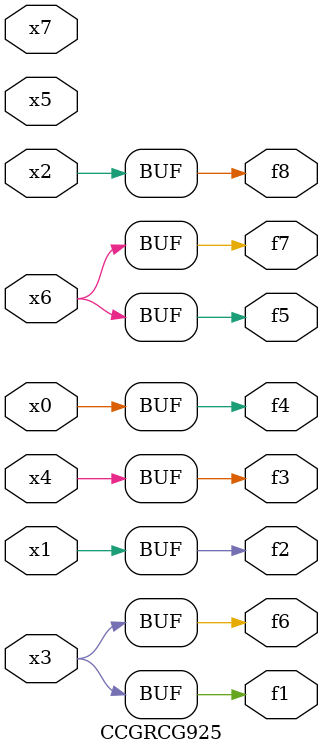
<source format=v>
module CCGRCG925(
	input x0, x1, x2, x3, x4, x5, x6, x7,
	output f1, f2, f3, f4, f5, f6, f7, f8
);
	assign f1 = x3;
	assign f2 = x1;
	assign f3 = x4;
	assign f4 = x0;
	assign f5 = x6;
	assign f6 = x3;
	assign f7 = x6;
	assign f8 = x2;
endmodule

</source>
